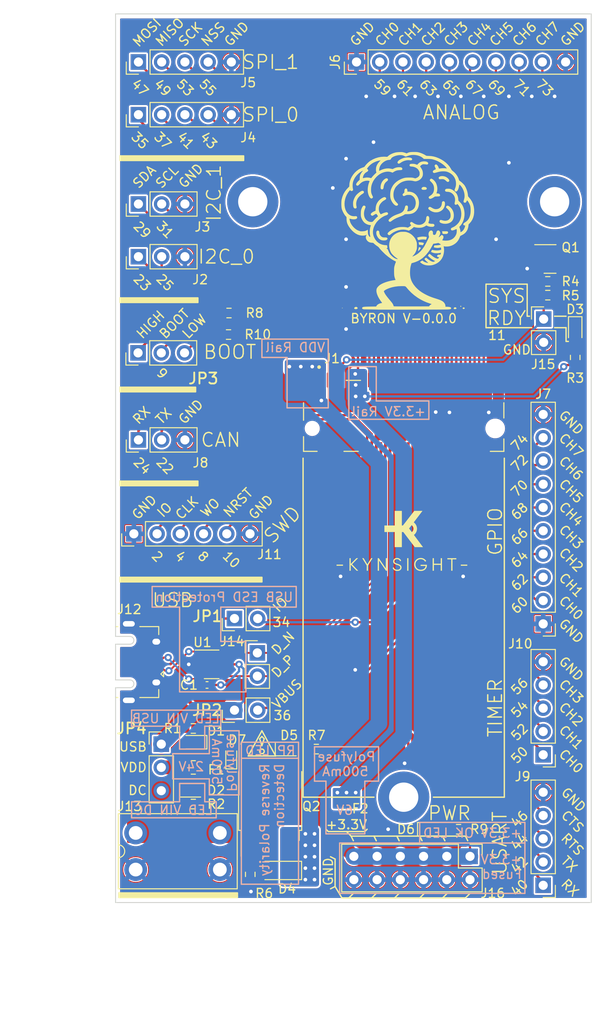
<source format=kicad_pcb>
(kicad_pcb (version 20221018) (generator pcbnew)

  (general
    (thickness 1.6)
  )

  (paper "A4")
  (layers
    (0 "F.Cu" signal)
    (31 "B.Cu" signal)
    (32 "B.Adhes" user "B.Adhesive")
    (33 "F.Adhes" user "F.Adhesive")
    (34 "B.Paste" user)
    (35 "F.Paste" user)
    (36 "B.SilkS" user "B.Silkscreen")
    (37 "F.SilkS" user "F.Silkscreen")
    (38 "B.Mask" user)
    (39 "F.Mask" user)
    (40 "Dwgs.User" user "User.Drawings")
    (41 "Cmts.User" user "User.Comments")
    (42 "Eco1.User" user "User.Eco1")
    (43 "Eco2.User" user "User.Eco2")
    (44 "Edge.Cuts" user)
    (45 "Margin" user)
    (46 "B.CrtYd" user "B.Courtyard")
    (47 "F.CrtYd" user "F.Courtyard")
    (48 "B.Fab" user)
    (49 "F.Fab" user)
    (50 "User.1" user)
    (51 "User.2" user)
    (52 "User.3" user)
    (53 "User.4" user)
    (54 "User.5" user)
    (55 "User.6" user)
    (56 "User.7" user)
    (57 "User.8" user)
    (58 "User.9" user)
  )

  (setup
    (stackup
      (layer "F.SilkS" (type "Top Silk Screen"))
      (layer "F.Paste" (type "Top Solder Paste"))
      (layer "F.Mask" (type "Top Solder Mask") (thickness 0.01))
      (layer "F.Cu" (type "copper") (thickness 0.035))
      (layer "dielectric 1" (type "core") (thickness 1.51) (material "FR4") (epsilon_r 4.5) (loss_tangent 0.02))
      (layer "B.Cu" (type "copper") (thickness 0.035))
      (layer "B.Mask" (type "Bottom Solder Mask") (thickness 0.01))
      (layer "B.Paste" (type "Bottom Solder Paste"))
      (layer "B.SilkS" (type "Bottom Silk Screen"))
      (copper_finish "None")
      (dielectric_constraints no)
    )
    (pad_to_mask_clearance 0)
    (aux_axis_origin 87.7 127.95)
    (grid_origin 87.7 127.95)
    (pcbplotparams
      (layerselection 0x00010fc_ffffffff)
      (plot_on_all_layers_selection 0x0000000_00000000)
      (disableapertmacros false)
      (usegerberextensions true)
      (usegerberattributes false)
      (usegerberadvancedattributes false)
      (creategerberjobfile false)
      (dashed_line_dash_ratio 12.000000)
      (dashed_line_gap_ratio 3.000000)
      (svgprecision 4)
      (plotframeref false)
      (viasonmask false)
      (mode 1)
      (useauxorigin false)
      (hpglpennumber 1)
      (hpglpenspeed 20)
      (hpglpendiameter 15.000000)
      (dxfpolygonmode true)
      (dxfimperialunits true)
      (dxfusepcbnewfont true)
      (psnegative false)
      (psa4output false)
      (plotreference true)
      (plotvalue false)
      (plotinvisibletext false)
      (sketchpadsonfab false)
      (subtractmaskfromsilk true)
      (outputformat 1)
      (mirror false)
      (drillshape 0)
      (scaleselection 1)
      (outputdirectory "gerber/jlcpcb/")
    )
  )

  (net 0 "")
  (net 1 "+24V")
  (net 2 "/SWD.IO")
  (net 3 "/SWD.CLK")
  (net 4 "/SWD.WO")
  (net 5 "/MCU.BOOT")
  (net 6 "/MCU.NRST")
  (net 7 "/CAN.TX")
  (net 8 "/I2C_0.SDA")
  (net 9 "/CAN.RX")
  (net 10 "/I2C_0.SCL")
  (net 11 "/I2C_1.SDA")
  (net 12 "/USB.D_P")
  (net 13 "/I2C_1.SCL")
  (net 14 "/USB.IO")
  (net 15 "/SPI_0.MOSI")
  (net 16 "/USB.VBUS")
  (net 17 "/SPI_0.MISO")
  (net 18 "/USART.RX")
  (net 19 "/SPI_0.SCK")
  (net 20 "/USART.TX")
  (net 21 "/SPI_0.NSS")
  (net 22 "/USART.RTS")
  (net 23 "/USART.CTS")
  (net 24 "/SPI_1.MOSI")
  (net 25 "/SPI_1.MISO")
  (net 26 "/TIMER.CH_0")
  (net 27 "/TIMER.CH_1")
  (net 28 "/SPI_1.SCK")
  (net 29 "/TIMER.CH_2")
  (net 30 "/SPI_1.NSS")
  (net 31 "/TIMER.CH_3")
  (net 32 "/ANALOG.CH_0")
  (net 33 "/GPIO.CH_0")
  (net 34 "/ANALOG.CH_1")
  (net 35 "/GPIO.CH_1")
  (net 36 "/ANALOG.CH_2")
  (net 37 "/GPIO.CH_2")
  (net 38 "/ANALOG.CH_3")
  (net 39 "/GPIO.CH_3")
  (net 40 "/ANALOG.CH_4")
  (net 41 "/GPIO.CH_4")
  (net 42 "/ANALOG.CH_5")
  (net 43 "/GPIO.CH_5")
  (net 44 "/ANALOG.CH_6")
  (net 45 "/GPIO.CH_6")
  (net 46 "/ANALOG.CH_7")
  (net 47 "/GPIO.CH_7")
  (net 48 "GND")
  (net 49 "VDD")
  (net 50 "+5V")
  (net 51 "/SYS.READY")
  (net 52 "/USB.D_N")
  (net 53 "Net-(J12-ID)")
  (net 54 "Net-(D1-A)")
  (net 55 "Net-(D2-A)")
  (net 56 "Net-(D3-A)")
  (net 57 "Net-(D3-K)")
  (net 58 "Net-(D5-A)")
  (net 59 "Net-(JP4-C)")
  (net 60 "+3V3")
  (net 61 "Net-(Q1-B)")
  (net 62 "Net-(D4-A)")
  (net 63 "/VDD_Safe")
  (net 64 "/3.3V_Safe")
  (net 65 "Net-(D6-A)")
  (net 66 "Net-(JP3-A)")
  (net 67 "Net-(JP3-B)")

  (footprint "Resistor_SMD:R_0603_1608Metric" (layer "F.Cu") (at 102.425 124.875 -90))

  (footprint "Connector_PinHeader_2.54mm:PinHeader_1x05_P2.54mm_Vertical" (layer "F.Cu") (at 90.2 41.95 90))

  (footprint "Package_TO_SOT_SMD:TO-252-2" (layer "F.Cu") (at 104.6 116.76 90))

  (footprint "Connector_PinHeader_2.54mm:PinHeader_1x02_P2.54mm_Vertical" (layer "F.Cu") (at 100.7 96.95 90))

  (footprint "Connector_PinHeader_2.54mm:PinHeader_1x10_P2.54mm_Vertical" (layer "F.Cu") (at 134.45 97.53 180))

  (footprint "LED_SMD:LED_0603_1608Metric" (layer "F.Cu") (at 96.2 115.7))

  (footprint "Connector_PinHeader_2.54mm:PinHeader_2x06_P2.54mm_Vertical" (layer "F.Cu") (at 126.45 122.91 -90))

  (footprint "Resistor_SMD:R_0603_1608Metric" (layer "F.Cu") (at 134.95 60.15 180))

  (footprint "Connector_PinHeader_2.54mm:PinHeader_1x06_P2.54mm_Vertical" (layer "F.Cu") (at 89.7 87.7 90))

  (footprint "Connector_PinHeader_2.54mm:PinHeader_1x02_P2.54mm_Vertical" (layer "F.Cu") (at 103.2 100.7))

  (footprint "Connector_PinHeader_2.54mm:PinHeader_1x05_P2.54mm_Vertical" (layer "F.Cu") (at 134.45 126.07 180))

  (footprint "Connector_PinHeader_2.54mm:PinHeader_1x03_P2.54mm_Vertical" (layer "F.Cu") (at 92.7 110.66))

  (footprint "Resistor_SMD:R_0402_1005Metric" (layer "F.Cu") (at 112.95 117.7 90))

  (footprint "Resistor_SMD:R_0603_1608Metric" (layer "F.Cu") (at 96.2 117.2))

  (footprint "LED_SMD:LED_0603_1608Metric" (layer "F.Cu") (at 106.65 111.2))

  (footprint "Resistor_SMD:R_0805_2012Metric" (layer "F.Cu") (at 96.2 113.2))

  (footprint "Connector_PinHeader_2.54mm:PinHeader_1x03_P2.54mm_Vertical" (layer "F.Cu") (at 90.2 57.45 90))

  (footprint "Connector_PinHeader_2.54mm:PinHeader_1x10_P2.54mm_Vertical" (layer "F.Cu") (at 114.04 36.2 90))

  (footprint "MountingHole:MountingHole_3.2mm_M3_DIN965_Pad" (layer "F.Cu") (at 135.7 51.45))

  (footprint "Resistor_SMD:R_0603_1608Metric" (layer "F.Cu") (at 100.05 65.95))

  (footprint "Capacitor_SMD:C_0402_1005Metric" (layer "F.Cu") (at 97.7 104.2 180))

  (footprint "819_connectors_card_edge:TE_2199230-3" (layer "F.Cu") (at 119.2 76.2))

  (footprint "Diode_SMD:D_SOD-523" (layer "F.Cu") (at 100.35 112.1 90))

  (footprint "LED_SMD:LED_0603_1608Metric" (layer "F.Cu") (at 96.2 110.45 180))

  (footprint "Resistor_SMD:R_0603_1608Metric" (layer "F.Cu") (at 100.1 63.6))

  (footprint "LED_SMD:LED_0603_1608Metric" (layer "F.Cu") (at 122.2 119.95))

  (footprint "MountingHole:MountingHole_3.2mm_M3_DIN965_Pad" (layer "F.Cu") (at 102.7 51.45))

  (footprint "Resistor_SMD:R_0603_1608Metric" (layer "F.Cu") (at 125.2 119.95 180))

  (footprint "Resistor_SMD:R_0603_1608Metric" (layer "F.Cu") (at 109.65 111.2 180))

  (footprint "Package_TO_SOT_SMD:SOT-23-6" (layer "F.Cu") (at 98.2 101.95))

  (footprint "Resistor_SMD:R_0603_1608Metric" (layer "F.Cu") (at 137.95 68.45 90))

  (footprint "Connector_PinHeader_2.54mm:PinHeader_1x05_P2.54mm_Vertical" (layer "F.Cu") (at 134.45 111.82 180))

  (footprint "Connector_PinHeader_2.54mm:PinHeader_1x02_P2.54mm_Vertical" (layer "F.Cu") (at 100.7 106.95 90))

  (footprint "Connector_PinHeader_2.54mm:PinHeader_1x03_P2.54mm_Vertical" (layer "F.Cu") (at 90.2 51.7 90))

  (footprint "MountingHole:MountingHole_3.2mm_M3_DIN965_Pad" (layer "F.Cu") (at 119.2 116.45))

  (footprint "Connector_PinHeader_2.54mm:PinHeader_1x02_P2.54mm_Vertical" (layer "F.Cu") (at 134.5 64.26))

  (footprint "LED_SMD:LED_0603_1608Metric" (layer "F.Cu") (at 137.95 65.487501 -90))

  (footprint "ked_symbols:brayn_carrier" (layer "F.Cu")
    (tstamp bbbcaa97-a9fb-4be2-89d6-336da4add715)
    (at 119.7 54.45)
    (attr board_only exclude_from_pos_files exclude_from_bom)
    (fp_text reference "G***" (at 0 0) (layer "F.SilkS") hide
        (effects (font (size 1.5 1.5) (thickness 0.3)))
      (tstamp adf5df8f-5475-45ce-8c5f-04b8e5011e94)
    )
    (fp_text value "LOGO" (at 0.75 0) (layer "F.SilkS") hide
        (effects (font (size 1.5 1.5) (thickness 0.3)))
      (tstamp 2b8fb183-0a87-4f0f-905e-faff4b08d567)
    )
    (fp_poly
      (pts
        (xy -7.182104 8.583858)
        (xy -7.174335 8.601808)
        (xy -7.181132 8.629502)
        (xy -7.209692 8.636)
        (xy -7.24176 8.626111)
        (xy -7.24505 8.601808)
        (xy -7.225784 8.57274)
        (xy -7.209692 8.567615)
      )

      (stroke (width 0) (type solid)) (fill solid) (layer "F.SilkS") (tstamp c42c3e8b-e88e-4603-872d-43b0db020b19))
    (fp_poly
      (pts
        (xy 5.774469 8.374497)
        (xy 5.791063 8.393367)
        (xy 5.801295 8.427291)
        (xy 5.789583 8.445542)
        (xy 5.766545 8.458709)
        (xy 5.721253 8.466187)
        (xy 5.697097 8.453997)
        (xy 5.674805 8.420225)
        (xy 5.683364 8.385832)
        (xy 5.717221 8.364393)
        (xy 5.734538 8.362461)
      )

      (stroke (width 0) (type solid)) (fill solid) (layer "F.SilkS") (tstamp 5078f9ee-6ace-48cd-b8cc-64d3f5283360))
    (fp_poly
      (pts
        (xy 6.108116 8.551639)
        (xy 6.15082 8.583584)
        (xy 6.173382 8.622074)
        (xy 6.174154 8.629625)
        (xy 6.158059 8.66236)
        (xy 6.120415 8.693864)
        (xy 6.077179 8.711943)
        (xy 6.065154 8.712915)
        (xy 6.016464 8.704566)
        (xy 5.983654 8.694006)
        (xy 5.948846 8.665192)
        (xy 5.943094 8.625879)
        (xy 5.961791 8.585416)
        (xy 6.000334 8.553157)
        (xy 6.054119 8.538453)
        (xy 6.060318 8.538308)
      )

      (stroke (width 0) (type solid)) (fill solid) (layer "F.SilkS") (tstamp fa1d1951-6049-4fda-a65d-d2358cf567c0))
    (fp_poly
      (pts
        (xy 5.168465 8.529931)
        (xy 5.219925 8.557395)
        (xy 5.260029 8.59213)
        (xy 5.275384 8.623914)
        (xy 5.258259 8.675894)
        (xy 5.207763 8.709036)
        (xy 5.125214 8.722493)
        (xy 5.121962 8.722592)
        (xy 5.058188 8.721128)
        (xy 5.007972 8.714392)
        (xy 4.991913 8.708983)
        (xy 4.964446 8.676465)
        (xy 4.965527 8.633286)
        (xy 4.989567 8.587805)
        (xy 5.030978 8.548382)
        (xy 5.084172 8.523376)
        (xy 5.119077 8.518769)
      )

      (stroke (width 0) (type solid)) (fill solid) (layer "F.SilkS") (tstamp 49c2e593-6302-4d9b-973e-3864a0597df1))
    (fp_poly
      (pts
        (xy -5.639843 8.49221)
        (xy -5.582569 8.524953)
        (xy -5.546252 8.570708)
        (xy -5.536212 8.622259)
        (xy -5.557768 8.672393)
        (xy -5.564929 8.680228)
        (xy -5.612539 8.70659)
        (xy -5.683052 8.722461)
        (xy -5.76135 8.726371)
        (xy -5.832316 8.716851)
        (xy -5.856224 8.708528)
        (xy -5.900768 8.673718)
        (xy -5.914159 8.62882)
        (xy -5.90056 8.580476)
        (xy -5.864133 8.535326)
        (xy -5.809042 8.50001)
        (xy -5.739449 8.481167)
        (xy -5.712758 8.479692)
      )

      (stroke (width 0) (type solid)) (fill solid) (layer "F.SilkS") (tstamp 822692f1-530b-4f1a-b327-a7b7ea840b34))
    (fp_poly
      (pts
        (xy 1.20266 1.962132)
        (xy 1.251983 1.977602)
        (xy 1.306837 1.999094)
        (xy 1.35488 2.021189)
        (xy 1.383768 2.038466)
        (xy 1.387231 2.043177)
        (xy 1.375287 2.066141)
        (xy 1.343706 2.110206)
        (xy 1.298864 2.167312)
        (xy 1.247138 2.229401)
        (xy 1.194902 2.288413)
        (xy 1.183533 2.300654)
        (xy 1.126105 2.356137)
        (xy 1.087232 2.381271)
        (xy 1.068339 2.375679)
        (xy 1.070848 2.338981)
        (xy 1.073403 2.329961)
        (xy 1.085279 2.285847)
        (xy 1.102276 2.21665)
        (xy 1.121203 2.135468)
        (xy 1.126022 2.114122)
        (xy 1.144607 2.03535)
        (xy 1.159303 1.988032)
        (xy 1.173598 1.965251)
        (xy 1.190982 1.960087)
      )

      (stroke (width 0) (type solid)) (fill solid) (layer "F.SilkS") (tstamp b96846ae-17b2-49db-9603-d70a529852ca))
    (fp_poly
      (pts
        (xy 1.797451 -4.613137)
        (xy 1.893811 -4.595539)
        (xy 1.966567 -4.549955)
        (xy 2.004743 -4.503228)
        (xy 2.025339 -4.45939)
        (xy 2.020121 -4.416006)
        (xy 2.013463 -4.398573)
        (xy 1.986811 -4.354852)
        (xy 1.945169 -4.325283)
        (xy 1.881957 -4.307612)
        (xy 1.790591 -4.299586)
        (xy 1.7211 -4.298462)
        (xy 1.63283 -4.299929)
        (xy 1.573388 -4.305561)
        (xy 1.532591 -4.317199)
        (xy 1.500259 -4.336685)
        (xy 1.497327 -4.338957)
        (xy 1.453344 -4.39222)
        (xy 1.447399 -4.451242)
        (xy 1.479297 -4.513694)
        (xy 1.51491 -4.550438)
        (xy 1.55824 -4.583716)
        (xy 1.602903 -4.604045)
        (xy 1.659384 -4.613753)
        (xy 1.73817 -4.615167)
      )

      (stroke (width 0) (type solid)) (fill solid) (layer "F.SilkS") (tstamp a4672d3b-633b-4e67-9168-b4be73a46176))
    (fp_poly
      (pts
        (xy 1.332417 1.429924)
        (xy 1.420276 1.439611)
        (xy 1.50996 1.45363)
        (xy 1.592155 1.470237)
        (xy 1.657549 1.487694)
        (xy 1.696827 1.504258)
        (xy 1.702937 1.509908)
        (xy 1.701284 1.536746)
        (xy 1.684074 1.584245)
        (xy 1.657131 1.641195)
        (xy 1.626278 1.696385)
        (xy 1.597337 1.738606)
        (xy 1.576132 1.756649)
        (xy 1.574746 1.756699)
        (xy 1.541682 1.750599)
        (xy 1.494692 1.738942)
        (xy 1.444046 1.728539)
        (xy 1.371669 1.717668)
        (xy 1.306591 1.710098)
        (xy 1.177104 1.697249)
        (xy 1.166449 1.625278)
        (xy 1.154945 1.55609)
        (xy 1.14216 1.490228)
        (xy 1.14207 1.489808)
        (xy 1.128346 1.426308)
        (xy 1.255698 1.426308)
      )

      (stroke (width 0) (type solid)) (fill solid) (layer "F.SilkS") (tstamp dd76cb87-0ba9-4376-9c87-da56f43e2eff))
    (fp_poly
      (pts
        (xy 4.100194 0.224937)
        (xy 4.181187 0.226278)
        (xy 4.236228 0.229625)
        (xy 4.271879 0.235885)
        (xy 4.294702 0.245968)
        (xy 4.311259 0.260783)
        (xy 4.3197 0.270818)
        (xy 4.347137 0.318552)
        (xy 4.357077 0.359942)
        (xy 4.340361 0.412211)
        (xy 4.297478 0.464374)
        (xy 4.239319 0.503939)
        (xy 4.226929 0.509197)
        (xy 4.182591 0.517752)
        (xy 4.111315 0.522962)
        (xy 4.025101 0.524793)
        (xy 3.935947 0.523211)
        (xy 3.855852 0.518181)
        (xy 3.800231 0.510424)
        (xy 3.762992 0.498011)
        (xy 3.743103 0.473433)
        (xy 3.73204 0.424512)
        (xy 3.73006 0.410159)
        (xy 3.719714 0.343987)
        (xy 3.708025 0.286203)
        (xy 3.704778 0.273538)
        (xy 3.69105 0.224692)
        (xy 3.986687 0.224692)
      )

      (stroke (width 0) (type solid)) (fill solid) (layer "F.SilkS") (tstamp a774d402-66e7-4b2f-96bc-66019439791e))
    (fp_poly
      (pts
        (xy -2.303522 -5.545995)
        (xy -2.249422 -5.500565)
        (xy -2.218153 -5.435137)
        (xy -2.217209 -5.368097)
        (xy -2.253608 -5.300945)
        (xy -2.325721 -5.236457)
        (xy -2.340515 -5.226539)
        (xy -2.461948 -5.125718)
        (xy -2.562075 -4.997057)
        (xy -2.636755 -4.84782)
        (xy -2.681848 -4.685272)
        (xy -2.691276 -4.611077)
        (xy -2.708155 -4.496672)
        (xy -2.738288 -4.416569)
        (xy -2.782981 -4.367865)
        (xy -2.805977 -4.356238)
        (xy -2.843326 -4.343028)
        (xy -2.858772 -4.339218)
        (xy -2.877867 -4.34533)
        (xy -2.919059 -4.357795)
        (xy -2.920978 -4.358367)
        (xy -2.968996 -4.378331)
        (xy -3.000518 -4.409027)
        (xy -3.018735 -4.457945)
        (xy -3.026839 -4.532571)
        (xy -3.0282 -4.609927)
        (xy -3.009308 -4.799871)
        (xy -2.955563 -4.98594)
        (xy -2.870475 -5.160363)
        (xy -2.757554 -5.315369)
        (xy -2.670121 -5.402706)
        (xy -2.560146 -5.486978)
        (xy -2.460986 -5.539051)
        (xy -2.374744 -5.558774)
      )

      (stroke (width 0) (type solid)) (fill solid) (layer "F.SilkS") (tstamp 43012569-ee1f-48cb-8bb3-85e587bb6a73))
    (fp_poly
      (pts
        (xy 0.080614 -7.832161)
        (xy 0.206974 -7.811971)
        (xy 0.307375 -7.779435)
        (xy 0.378853 -7.735973)
        (xy 0.418444 -7.683002)
        (xy 0.423183 -7.62194)
        (xy 0.418523 -7.605431)
        (xy 0.384452 -7.549819)
        (xy 0.328127 -7.519646)
        (xy 0.245857 -7.513685)
        (xy 0.171274 -7.523184)
        (xy 0.003793 -7.536496)
        (xy -0.178107 -7.520927)
        (xy -0.365562 -7.478975)
        (xy -0.549704 -7.41314)
        (xy -0.721668 -7.325922)
        (xy -0.855612 -7.233682)
        (xy -0.933496 -7.184563)
        (xy -1.011072 -7.158318)
        (xy -1.078862 -7.157106)
        (xy -1.117697 -7.174012)
        (xy -1.149249 -7.211495)
        (xy -1.171218 -7.254374)
        (xy -1.180503 -7.295735)
        (xy -1.170928 -7.33605)
        (xy -1.144152 -7.383715)
        (xy -1.088224 -7.457148)
        (xy -1.014826 -7.524442)
        (xy -0.917663 -7.59033)
        (xy -0.790445 -7.659541)
        (xy -0.752231 -7.678391)
        (xy -0.565979 -7.757515)
        (xy -0.386909 -7.8081)
        (xy -0.199899 -7.833689)
        (xy -0.068741 -7.838588)
      )

      (stroke (width 0) (type solid)) (fill solid) (layer "F.SilkS") (tstamp 4eb467c3-4671-427b-8c1c-5189db62decf))
    (fp_poly
      (pts
        (xy 3.845385 -5.789422)
        (xy 3.988069 -5.757112)
        (xy 4.124496 -5.702898)
        (xy 4.148838 -5.690256)
        (xy 4.233758 -5.635486)
        (xy 4.317598 -5.56628)
        (xy 4.391622 -5.491311)
        (xy 4.447098 -5.419251)
        (xy 4.472447 -5.368944)
        (xy 4.482211 -5.288777)
        (xy 4.458366 -5.222768)
        (xy 4.405474 -5.177332)
        (xy 4.328097 -5.158882)
        (xy 4.322965 -5.158775)
        (xy 4.285796 -5.163779)
        (xy 4.245507 -5.182771)
        (xy 4.194321 -5.220603)
        (xy 4.124459 -5.282125)
        (xy 4.122966 -5.283494)
        (xy 4.027445 -5.364645)
        (xy 3.941745 -5.419436)
        (xy 3.854681 -5.451641)
        (xy 3.755066 -5.465031)
        (xy 3.631716 -5.463378)
        (xy 3.5963 -5.461088)
        (xy 3.507872 -5.455293)
        (xy 3.449549 -5.453927)
        (xy 3.412496 -5.458164)
        (xy 3.387878 -5.469178)
        (xy 3.366858 -5.488143)
        (xy 3.36317 -5.492067)
        (xy 3.328347 -5.553481)
        (xy 3.324064 -5.621185)
        (xy 3.35017 -5.681838)
        (xy 3.3655 -5.698096)
        (xy 3.456502 -5.754167)
        (xy 3.57193 -5.788026)
        (xy 3.704115 -5.799753)
      )

      (stroke (width 0) (type solid)) (fill solid) (layer "F.SilkS") (tstamp dc6617a5-f734-4f20-9d79-3034db430f69))
    (fp_poly
      (pts
        (xy 1.685095 0.808047)
        (xy 1.785067 0.814499)
        (xy 1.877494 0.824512)
        (xy 1.954015 0.837225)
        (xy 2.006268 0.851777)
        (xy 2.024712 0.863708)
        (xy 2.024676 0.890537)
        (xy 2.013404 0.94321)
        (xy 1.993271 1.010939)
        (xy 1.990417 1.019435)
        (xy 1.965982 1.089088)
        (xy 1.947813 1.128838)
        (xy 1.929843 1.145861)
        (xy 1.906002 1.147333)
        (xy 1.885461 1.143553)
        (xy 1.728666 1.12293)
        (xy 1.556061 1.120026)
        (xy 1.386675 1.134862)
        (xy 1.338384 1.142955)
        (xy 1.253264 1.159074)
        (xy 1.177029 1.173473)
        (xy 1.121998 1.183826)
        (xy 1.108808 1.186291)
        (xy 1.069597 1.188469)
        (xy 1.055869 1.170518)
        (xy 1.055077 1.157897)
        (xy 1.046184 1.118896)
        (xy 1.023538 1.062454)
        (xy 1.007495 1.030022)
        (xy 0.980096 0.971704)
        (xy 0.974086 0.937006)
        (xy 0.983071 0.921313)
        (xy 1.02141 0.902458)
        (xy 1.089511 0.881132)
        (xy 1.178313 0.859316)
        (xy 1.278756 0.838989)
        (xy 1.381778 0.822129)
        (xy 1.478319 0.810718)
        (xy 1.495965 0.80927)
        (xy 1.585941 0.806017)
      )

      (stroke (width 0) (type solid)) (fill solid) (layer "F.SilkS") (tstamp 38f0e21f-97b4-48b0-843c-7357ed62fa2b))
    (fp_poly
      (pts
        (xy -4.983043 -4.190271)
        (xy -4.919401 -4.169398)
        (xy -4.871452 -4.134117)
        (xy -4.857676 -4.111971)
        (xy -4.843552 -4.044172)
        (xy -4.858643 -3.983186)
        (xy -4.905599 -3.924932)
        (xy -4.987073 -3.865327)
        (xy -5.036759 -3.836394)
        (xy -5.137118 -3.76979)
        (xy -5.24611 -3.678945)
        (xy -5.353565 -3.57387)
        (xy -5.44931 -3.46458)
        (xy -5.523174 -3.361085)
        (xy -5.528347 -3.352488)
        (xy -5.620017 -3.162871)
        (xy -5.676098 -2.96666)
        (xy -5.695911 -2.768433)
        (xy -5.678779 -2.572768)
        (xy -5.657314 -2.481385)
        (xy -5.643459 -2.392242)
        (xy -5.659978 -2.325507)
        (xy -5.688501 -2.291777)
        (xy -5.75359 -2.261493)
        (xy -5.831363 -2.261579)
        (xy -5.87703 -2.275961)
        (xy -5.933799 -2.314568)
        (xy -5.976521 -2.37626)
        (xy -6.006578 -2.46492)
        (xy -6.025351 -2.58443)
        (xy -6.033558 -2.715846)
        (xy -6.035561 -2.830868)
        (xy -6.031984 -2.921687)
        (xy -6.021513 -3.002943)
        (xy -6.002834 -3.089276)
        (xy -5.998465 -3.106616)
        (xy -5.953051 -3.247995)
        (xy -5.889554 -3.396306)
        (xy -5.814588 -3.538317)
        (xy -5.734768 -3.660793)
        (xy -5.698667 -3.706431)
        (xy -5.600042 -3.812302)
        (xy -5.489679 -3.914537)
        (xy -5.374434 -4.008043)
        (xy -5.261163 -4.087726)
        (xy -5.156722 -4.148492)
        (xy -5.067964 -4.185248)
        (xy -5.047234 -4.190465)
      )

      (stroke (width 0) (type solid)) (fill solid) (layer "F.SilkS") (tstamp 105add6c-252d-4095-b5d0-4c1c4263db26))
    (fp_poly
      (pts
        (xy -3.321295 0.147109)
        (xy -3.276115 0.163388)
        (xy -3.215094 0.199495)
        (xy -3.180156 0.250584)
        (xy -3.166145 0.325797)
        (xy -3.165231 0.359967)
        (xy -3.147259 0.49035)
        (xy -3.097083 0.615947)
        (xy -3.020307 0.727549)
        (xy -2.922539 0.815946)
        (xy -2.867892 0.848387)
        (xy -2.815454 0.872157)
        (xy -2.76608 0.887103)
        (xy -2.708077 0.89519)
        (xy -2.629748 0.898384)
        (xy -2.568136 0.898769)
        (xy -2.477306 0.89937)
        (xy -2.416483 0.902418)
        (xy -2.376602 0.909779)
        (xy -2.348595 0.92332)
        (xy -2.323397 0.944907)
        (xy -2.317972 0.95028)
        (xy -2.28382 0.992544)
        (xy -2.266869 1.029422)
        (xy -2.266462 1.033855)
        (xy -2.284361 1.089759)
        (xy -2.333001 1.144868)
        (xy -2.404791 1.19078)
        (xy -2.410704 1.193531)
        (xy -2.489353 1.216309)
        (xy -2.592574 1.228315)
        (xy -2.707385 1.22957)
        (xy -2.820802 1.220094)
        (xy -2.919841 1.199905)
        (xy -2.942181 1.19271)
        (xy -3.084271 1.128307)
        (xy -3.203188 1.042297)
        (xy -3.304461 0.929413)
        (xy -3.393617 0.784385)
        (xy -3.414674 0.742461)
        (xy -3.454553 0.652779)
        (xy -3.478014 0.576566)
        (xy -3.490129 0.494655)
        (xy -3.493587 0.444245)
        (xy -3.494246 0.343142)
        (xy -3.481497 0.270409)
        (xy -3.451896 0.216632)
        (xy -3.401995 0.172395)
        (xy -3.391501 0.165314)
        (xy -3.355612 0.146726)
      )

      (stroke (width 0) (type solid)) (fill solid) (layer "F.SilkS") (tstamp 416aeaeb-8192-4a31-83d8-f65546e6a598))
    (fp_poly
      (pts
        (xy 3.869367 -3.05491)
        (xy 3.889512 -3.047437)
        (xy 3.944925 -3.017156)
        (xy 3.979483 -2.975328)
        (xy 4.001464 -2.910229)
        (xy 4.00765 -2.88014)
        (xy 4.015618 -2.74485)
        (xy 3.994739 -2.596959)
        (xy 3.94834 -2.446037)
        (xy 3.87975 -2.301658)
        (xy 3.792297 -2.173394)
        (xy 3.742889 -2.118649)
        (xy 3.643079 -2.036234)
        (xy 3.519655 -1.960286)
        (xy 3.387593 -1.898709)
        (xy 3.261867 -1.859409)
        (xy 3.245602 -1.85613)
        (xy 3.127186 -1.842321)
        (xy 2.995816 -1.839858)
        (xy 2.871974 -1.848722)
        (xy 2.823308 -1.85657)
        (xy 2.636207 -1.912898)
        (xy 2.454276 -2.004179)
        (xy 2.285427 -2.126386)
        (xy 2.274023 -2.136238)
        (xy 2.210918 -2.205706)
        (xy 2.186256 -2.271227)
        (xy 2.19982 -2.334567)
        (xy 2.243107 -2.389806)
        (xy 2.289075 -2.424708)
        (xy 2.337603 -2.438785)
        (xy 2.395493 -2.431058)
        (xy 2.469548 -2.400542)
        (xy 2.566569 -2.346257)
        (xy 2.573461 -2.342107)
        (xy 2.696788 -2.272707)
        (xy 2.801907 -2.226371)
        (xy 2.899274 -2.199603)
        (xy 2.999342 -2.188907)
        (xy 3.033444 -2.188308)
        (xy 3.195022 -2.205581)
        (xy 3.337376 -2.255729)
        (xy 3.45787 -2.336249)
        (xy 3.553869 -2.444634)
        (xy 3.622738 -2.57838)
        (xy 3.661842 -2.734982)
        (xy 3.667769 -2.7913)
        (xy 3.676515 -2.88512)
        (xy 3.689179 -2.948735)
        (xy 3.709541 -2.991018)
        (xy 3.741379 -3.020841)
        (xy 3.773509 -3.039568)
        (xy 3.824538 -3.059157)
      )

      (stroke (width 0) (type solid)) (fill solid) (layer "F.SilkS") (tstamp e800d0eb-20a5-4cc2-a598-d574d8af7c82))
    (fp_poly
      (pts
        (xy 4.376559 -2.548661)
        (xy 4.47553 -2.494642)
        (xy 4.586564 -2.406241)
        (xy 4.647395 -2.348141)
        (xy 4.782987 -2.18551)
        (xy 4.883805 -2.005207)
        (xy 4.949578 -1.807906)
        (xy 4.980038 -1.594277)
        (xy 4.982308 -1.514231)
        (xy 4.968447 -1.313549)
        (xy 4.926363 -1.138634)
        (xy 4.855297 -0.987458)
        (xy 4.754493 -0.857993)
        (xy 4.727541 -0.831558)
        (xy 4.589373 -0.728212)
        (xy 4.428027 -0.65201)
        (xy 4.24961 -0.604226)
        (xy 4.060226 -0.586133)
        (xy 3.865984 -0.599001)
        (xy 3.737424 -0.625248)
        (xy 3.635893 -0.654177)
        (xy 3.562816 -0.681429)
        (xy 3.508041 -0.711376)
        (xy 3.470719 -0.740088)
        (xy 3.423424 -0.802735)
        (xy 3.411715 -0.871351)
        (xy 3.435013 -0.937246)
        (xy 3.487323 -0.988298)
        (xy 3.512299 -1.002669)
        (xy 3.538006 -1.009269)
        (xy 3.573181 -1.007429)
        (xy 3.626561 -0.99648)
        (xy 3.706885 -0.975754)
        (xy 3.729166 -0.969781)
        (xy 3.88214 -0.935099)
        (xy 4.012976 -0.921003)
        (xy 4.132588 -0.927241)
        (xy 4.251895 -0.953558)
        (xy 4.264368 -0.957327)
        (xy 4.349943 -0.989386)
        (xy 4.415701 -1.030546)
        (xy 4.478078 -1.089762)
        (xy 4.549353 -1.176834)
        (xy 4.595958 -1.263898)
        (xy 4.621353 -1.361579)
        (xy 4.628998 -1.480507)
        (xy 4.627375 -1.548343)
        (xy 4.61173 -1.693674)
        (xy 4.576021 -1.824406)
        (xy 4.516796 -1.946574)
        (xy 4.430602 -2.066215)
        (xy 4.313989 -2.189365)
        (xy 4.204651 -2.287524)
        (xy 4.146961 -2.347068)
        (xy 4.124662 -2.401445)
        (xy 4.136227 -2.4583)
        (xy 4.161959 -2.501298)
        (xy 4.21878 -2.552303)
        (xy 4.290644 -2.567986)
      )

      (stroke (width 0) (type solid)) (fill solid) (layer "F.SilkS") (tstamp 676ff18f-9a40-491d-b7ca-9ef7212335f3))
    (fp_poly
      (pts
        (xy 2.541167 -5.51287)
        (xy 2.61535 -5.481669)
        (xy 2.698885 -5.42691)
        (xy 2.78623 -5.353465)
        (xy 2.871843 -5.266209)
        (xy 2.95018 -5.170014)
        (xy 3.015699 -5.069755)
        (xy 3.038949 -5.025793)
        (xy 3.106894 -4.855492)
        (xy 3.154007 -4.671492)
        (xy 3.177412 -4.487944)
        (xy 3.176865 -4.347308)
        (xy 3.161812 -4.215417)
        (xy 3.1385 -4.094869)
        (xy 3.109263 -3.99623)
        (xy 3.089209 -3.950753)
        (xy 3.077231 -3.922755)
        (xy 3.087173 -3.910405)
        (xy 3.126764 -3.907038)
        (xy 3.14012 -3.906842)
        (xy 3.273036 -3.895415)
        (xy 3.373413 -3.864811)
        (xy 3.440616 -3.8154)
        (xy 3.47401 -3.747554)
        (xy 3.477846 -3.709352)
        (xy 3.473175 -3.659685)
        (xy 3.455679 -3.623573)
        (xy 3.420136 -3.598786)
        (xy 3.36132 -3.583096)
        (xy 3.27401 -3.574276)
        (xy 3.15298 -3.570096)
        (xy 3.151331 -3.570066)
        (xy 2.917444 -3.565769)
        (xy 2.801991 -3.491454)
        (xy 2.655856 -3.404153)
        (xy 2.533545 -3.345973)
        (xy 2.433513 -3.316314)
        (xy 2.354217 -3.314574)
        (xy 2.349889 -3.315384)
        (xy 2.307043 -3.336658)
        (xy 2.266851 -3.374328)
        (xy 2.230973 -3.441236)
        (xy 2.232776 -3.504038)
        (xy 2.272714 -3.563965)
        (xy 2.351237 -3.622249)
        (xy 2.359628 -3.627123)
        (xy 2.519528 -3.735669)
        (xy 2.643874 -3.859326)
        (xy 2.734028 -4.000393)
        (xy 2.791352 -4.161167)
        (xy 2.817207 -4.343944)
        (xy 2.819019 -4.402061)
        (xy 2.809846 -4.585829)
        (xy 2.776435 -4.745371)
        (xy 2.715272 -4.889103)
        (xy 2.622844 -5.02544)
        (xy 2.505343 -5.153369)
        (xy 2.434654 -5.223547)
        (xy 2.388301 -5.273272)
        (xy 2.361968 -5.308663)
        (xy 2.35134 -5.335839)
        (xy 2.3521 -5.360917)
        (xy 2.35374 -5.368292)
        (xy 2.382726 -5.431834)
        (xy 2.429768 -5.485812)
        (xy 2.48188 -5.515637)
      )

      (stroke (width 0) (type solid)) (fill solid) (layer "F.SilkS") (tstamp 844d6e89-35cd-4610-ade7-b64f12890be4))
    (fp_poly
      (pts
        (xy 2.181858 -1.43089)
        (xy 2.23481 -1.388033)
        (xy 2.27237 -1.318269)
        (xy 2.293668 -1.226449)
        (xy 2.297837 -1.117427)
        (xy 2.284009 -0.996055)
        (xy 2.251315 -0.867185)
        (xy 2.228542 -0.803774)
        (xy 2.205464 -0.737678)
        (xy 2.199866 -0.696525)
        (xy 2.20961 -0.671951)
        (xy 2.253061 -0.642755)
        (xy 2.32672 -0.617712)
        (xy 2.42178 -0.598791)
        (xy 2.529432 -0.587957)
        (xy 2.593895 -0.586154)
        (xy 2.6754 -0.585274)
        (xy 2.728613 -0.580777)
        (xy 2.764308 -0.569882)
        (xy 2.79326 -0.549805)
        (xy 2.815041 -0.529042)
        (xy 2.85952 -0.470892)
        (xy 2.867835 -0.416446)
        (xy 2.840045 -0.357975)
        (xy 2.816515 -0.329116)
        (xy 2.786639 -0.298395)
        (xy 2.757167 -0.279247)
        (xy 2.717412 -0.268241)
        (xy 2.656687 -0.261944)
        (xy 2.596708 -0.258539)
        (xy 2.402984 -0.264847)
        (xy 2.219624 -0.302439)
        (xy 2.072301 -0.360841)
        (xy 1.976182 -0.409548)
        (xy 1.877367 -0.343051)
        (xy 1.744871 -0.269185)
        (xy 1.59294 -0.209388)
        (xy 1.45849 -0.174539)
        (xy 1.333938 -0.159489)
        (xy 1.187164 -0.155084)
        (xy 1.033389 -0.160787)
        (xy 0.887833 -0.176059)
        (xy 0.771554 -0.198804)
        (xy 0.609525 -0.241301)
        (xy 0.54961 -0.181386)
        (xy 0.476651 -0.115716)
        (xy 0.38411 -0.042651)
        (xy 0.285356 0.028031)
        (xy 0.19376 0.086551)
        (xy 0.151091 0.110105)
        (xy 0.057377 0.157593)
        (xy -0.073985 0.118472)
        (xy -0.301292 0.064612)
        (xy -0.519229 0.043021)
        (xy -0.739353 0.052968)
        (xy -0.852249 0.069262)
        (xy -1.13002 0.135159)
        (xy -1.395159 0.232926)
        (xy -1.641887 0.359921)
        (xy -1.864424 0.513506)
        (xy -1.913723 0.554142)
        (xy -1.984477 0.610952)
        (xy -2.036753 0.642879)
        (xy -2.078522 0.653809)
        (xy -2.110154 0.64993)
        (xy -2.186313 0.615092)
        (xy -2.238897 0.562701)
        (xy -2.262306 0.500293)
        (xy -2.257442 0.451747)
        (xy -2.237434 0.417795)
        (xy -2.197771 0.368647)
        (xy -2.153092 0.321121)
        (xy -1.991908 0.184564)
        (xy -1.798643 0.060901)
        (xy -1.578956 -0.047096)
        (xy -1.338508 -0.13666)
        (xy -1.082959 -0.205019)
        (xy -1.073824 -0.20699)
        (xy -0.939073 -0.228219)
        (xy -0.782283 -0.2407)
        (xy -0.615952 -0.244421)
        (xy -0.45258 -0.239368)
        (xy -0.304663 -0.225528)
        (xy -0.204824 -0.207883)
        (xy -0.048186 -0.171535)
        (xy 0.049176 -0.225141)
        (xy 0.115778 -0.265268)
        (xy 0.183426 -0.311664)
        (xy 0.244021 -0.35804)
        (xy 0.289462 -0.398111)
        (xy 0.31165 -0.425586)
        (xy 0.312615 -0.429651)
        (xy 0.299924 -0.452707)
        (xy 0.268129 -0.49037)
        (xy 0.254 -0.504994)
        (xy 0.205897 -0.575004)
        (xy 0.193834 -0.648355)
        (xy 0.217953 -0.718259)
        (xy 0.248745 -0.754703)
        (xy 0.298845 -0.787526)
        (xy 0.353615 -0.792963)
        (xy 0.41913 -0.769902)
        (xy 0.501464 -0.717228)
        (xy 0.517243 -0.705496)
        (xy 0.686501 -0.597559)
        (xy 0.861431 -0.522937)
        (xy 1.038019 -0.481491)
        (xy 1.212253 -0.473083)
        (xy 1.380119 -0.497576)
        (xy 1.537606 -0.554831)
        (xy 1.680698 -0.644711)
        (xy 1.790299 -0.749269)
        (xy 1.863724 -0.849417)
        (xy 1.913335 -0.958097)
        (xy 1.943519 -1.086545)
        (xy 1.953126 -1.166333)
        (xy 1.968621 -1.27966)
        (xy 1.992949 -1.359184)
        (xy 2.028922 -1.409714)
        (xy 2.079354 -1.436056)
        (xy 2.11438 -1.441986)
      )

      (stroke (width 0) (type solid)) (fill solid) (layer "F.SilkS") (tstamp 84a1a4bf-822a-4a3b-a703-29186eca5056))
    (fp_poly
      (pts
        (xy -0.185569 -4.427811)
        (xy -0.138662 -4.384393)
        (xy -0.109421 -4.309058)
        (xy -0.097692 -4.225703)
        (xy -0.087923 -4.095336)
        (xy 0.019887 -4.100413)
        (xy 0.154224 -4.094354)
        (xy 0.303554 -4.067033)
        (xy 0.452631 -4.021938)
        (xy 0.557243 -3.9775)
        (xy 0.715183 -3.878544)
        (xy 0.853853 -3.748816)
        (xy 0.970726 -3.59285)
        (xy 1.063276 -3.415181)
        (xy 1.128978 -3.220345)
        (xy 1.165304 -3.012875)
        (xy 1.171968 -2.873913)
        (xy 1.155431 -2.642574)
        (xy 1.107344 -2.428855)
        (xy 1.028698 -2.235413)
        (xy 0.920482 -2.064902)
        (xy 0.833844 -1.966717)
        (xy 0.700435 -1.851524)
        (xy 0.556165 -1.763408)
        (xy 0.39574 -1.700503)
        (xy 0.213864 -1.660945)
        (xy 0.005242 -1.642867)
        (xy -0.090181 -1.641231)
        (xy -0.196465 -1.640825)
        (xy -0.271774 -1.638787)
        (xy -0.32421 -1.633887)
        (xy -0.361875 -1.624895)
        (xy -0.392867 -1.610581)
        (xy -0.424094 -1.590533)
        (xy -0.514398 -1.534441)
        (xy -0.620028 -1.480216)
        (xy -0.747686 -1.424812)
        (xy -0.904074 -1.365181)
        (xy -0.976923 -1.339199)
        (xy -1.264424 -1.225716)
        (xy -1.51749 -1.098919)
        (xy -1.738911 -0.957374)
        (xy -1.779988 -0.926906)
        (xy -1.864058 -0.865318)
        (xy -1.926679 -0.826758)
        (xy -1.975643 -0.80833)
        (xy -2.018739 -0.807137)
        (xy -2.063758 -0.820281)
        (xy -2.065169 -0.820846)
        (xy -2.103937 -0.849935)
        (xy -2.13815 -0.896254)
        (xy -2.13894 -0.897761)
        (xy -2.155068 -0.944957)
        (xy -2.150278 -0.991703)
        (xy -2.121564 -1.044174)
        (xy -2.065924 -1.108543)
        (xy -2.009464 -1.163876)
        (xy -1.859461 -1.290588)
        (xy -1.6924 -1.402336)
        (xy -1.502063 -1.502586)
        (xy -1.282232 -1.594801)
        (xy -1.152769 -1.641217)
        (xy -1.048595 -1.678207)
        (xy -0.946154 -1.717101)
        (xy -0.857317 -1.753245)
        (xy -0.794586 -1.781669)
        (xy -0.650815 -1.874775)
        (xy -0.533576 -1.996097)
        (xy -0.443692 -2.144422)
        (xy -0.381987 -2.318535)
        (xy -0.360985 -2.420878)
        (xy -0.333608 -2.506621)
        (xy -0.285743 -2.565017)
        (xy -0.221819 -2.591964)
        (xy -0.177124 -2.591253)
        (xy -0.10814 -2.571422)
        (xy -0.063581 -2.534544)
        (xy -0.039571 -2.474382)
        (xy -0.032232 -2.384701)
        (xy -0.03251 -2.358579)
        (xy -0.04378 -2.23785)
        (xy -0.069396 -2.123737)
        (xy -0.076472 -2.102211)
        (xy -0.097838 -2.039253)
        (xy -0.112595 -1.991062)
        (xy -0.117231 -1.970326)
        (xy -0.099469 -1.958878)
        (xy -0.051935 -1.954547)
        (xy 0.016738 -1.957217)
        (xy 0.097923 -1.966773)
        (xy 0.138902 -1.973789)
        (xy 0.286067 -2.017464)
        (xy 0.426638 -2.088471)
        (xy 0.551946 -2.180744)
        (xy 0.653317 -2.288216)
        (xy 0.706109 -2.37062)
        (xy 0.742602 -2.458626)
        (xy 0.775919 -2.569846)
        (xy 0.802287 -2.68842)
        (xy 0.817936 -2.79849)
        (xy 0.820615 -2.852153)
        (xy 0.805034 -3.04668)
        (xy 0.759598 -3.224922)
        (xy 0.686267 -3.383247)
        (xy 0.586999 -3.51802)
        (xy 0.463754 -3.62561)
        (xy 0.375498 -3.677398)
        (xy 0.313648 -3.70654)
        (xy 0.262819 -3.725216)
        (xy 0.210935 -3.735732)
        (xy 0.145921 -3.740388)
        (xy 0.055701 -3.741489)
        (xy 0.039488 -3.74149)
        (xy -0.057155 -3.740428)
        (xy -0.127665 -3.735814)
        (xy -0.184969 -3.725297)
        (xy -0.241993 -3.706529)
        (xy -0.309777 -3.67799)
        (xy -0.381936 -3.648008)
        (xy -0.443621 -3.625684)
        (xy -0.483592 -3.615006)
        (xy -0.488343 -3.614616)
        (xy -0.541616 -3.632241)
        (xy -0.587898 -3.677815)
        (xy -0.616502 -3.740386)
        (xy -0.618053 -3.747538)
        (xy -0.622022 -3.784051)
        (xy -0.613808 -3.815002)
        (xy -0.587953 -3.850405)
        (xy -0.539001 -3.900275)
        (xy -0.530189 -3.908793)
        (xy -0.429846 -4.00551)
        (xy -0.429846 -4.133075)
        (xy -0.419913 -4.258564)
        (xy -0.390447 -4.35217)
        (xy -0.341951 -4.413025)
        (xy -0.274925 -4.440259)
        (xy -0.251874 -4.441744)
      )

      (stroke (width 0) (type solid)) (fill solid) (layer "F.SilkS") (tstamp 49a9dce8-b7e2-4cfa-a9bc-f13b03b3ea1f))
    (fp_poly
      (pts
        (xy 1.885032 -7.395541)
        (xy 2.009276 -7.367218)
        (xy 2.100975 -7.320537)
        (xy 2.137995 -7.286026)
        (xy 2.178546 -7.223038)
        (xy 2.18324 -7.168157)
        (xy 2.152094 -7.113996)
        (xy 2.138399 -7.099392)
        (xy 2.099358 -7.067376)
        (xy 2.058784 -7.056908)
        (xy 2.006514 -7.061143)
        (xy 1.946157 -7.068407)
        (xy 1.863689 -7.076656)
        (xy 1.775987 -7.084214)
        (xy 1.767843 -7.084847)
        (xy 1.682642 -7.089664)
        (xy 1.622238 -7.087279)
        (xy 1.572744 -7.076009)
        (xy 1.522174 -7.055067)
        (xy 1.456978 -7.017622)
        (xy 1.394931 -6.97051)
        (xy 1.34291 -6.920641)
        (xy 1.307796 -6.874928)
        (xy 1.29647 -6.840283)
        (xy 1.299729 -6.831595)
        (xy 1.366088 -6.737289)
        (xy 1.431777 -6.633235)
        (xy 1.489725 -6.53143)
        (xy 1.532859 -6.44387)
        (xy 1.543309 -6.418385)
        (xy 1.576591 -6.299497)
        (xy 1.595775 -6.163833)
        (xy 1.60036 -6.024773)
        (xy 1.589847 -5.895694)
        (xy 1.566514 -5.797554)
        (xy 1.491404 -5.642159)
        (xy 1.384716 -5.505952)
        (xy 1.250497 -5.392066)
        (xy 1.092794 -5.303631)
        (xy 0.915654 -5.243777)
        (xy 0.828567 -5.226675)
        (xy 0.747403 -5.225827)
        (xy 0.63714 -5.244378)
        (xy 0.584336 -5.257277)
        (xy 0.402532 -5.29227)
        (xy 0.200634 -5.309918)
       
... [751733 chars truncated]
</source>
